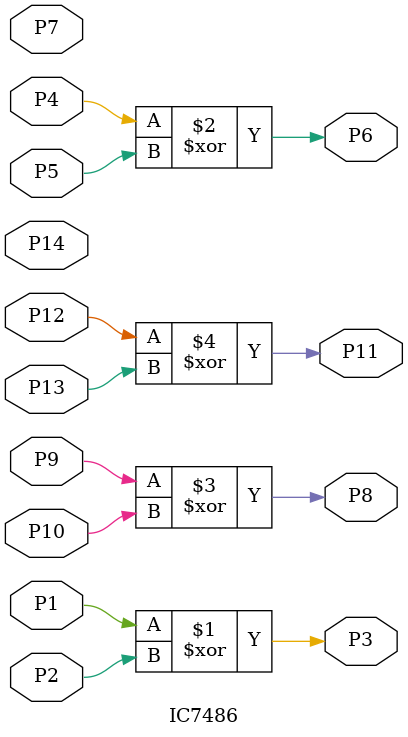
<source format=v>
module IC7486(P1,P2,P3,P4,P5,P6,P7,P8,P9,P10,P11,P12,P13,P14);
input P1,P2,P4,P5,P9,P10,P12,P13;
input P7,P14;//SUPPLY
output P3,P6,P8,P11;

assign P3=P1^P2;
assign P6=P4^P5;
assign P8=P9^P10;
assign P11=P12^P13;

endmodule

</source>
